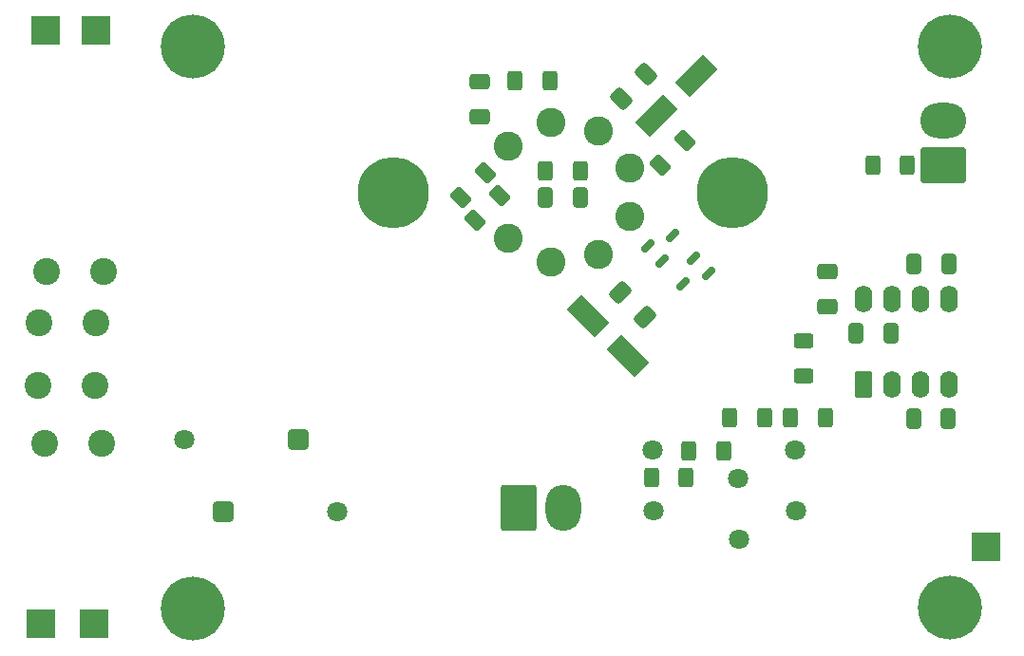
<source format=gbr>
%TF.GenerationSoftware,KiCad,Pcbnew,9.0.5*%
%TF.CreationDate,2025-12-25T12:13:09+01:00*%
%TF.ProjectId,Amplifier Compound,416d706c-6966-4696-9572-20436f6d706f,rev?*%
%TF.SameCoordinates,Original*%
%TF.FileFunction,Soldermask,Bot*%
%TF.FilePolarity,Negative*%
%FSLAX46Y46*%
G04 Gerber Fmt 4.6, Leading zero omitted, Abs format (unit mm)*
G04 Created by KiCad (PCBNEW 9.0.5) date 2025-12-25 12:13:09*
%MOMM*%
%LPD*%
G01*
G04 APERTURE LIST*
G04 Aperture macros list*
%AMRoundRect*
0 Rectangle with rounded corners*
0 $1 Rounding radius*
0 $2 $3 $4 $5 $6 $7 $8 $9 X,Y pos of 4 corners*
0 Add a 4 corners polygon primitive as box body*
4,1,4,$2,$3,$4,$5,$6,$7,$8,$9,$2,$3,0*
0 Add four circle primitives for the rounded corners*
1,1,$1+$1,$2,$3*
1,1,$1+$1,$4,$5*
1,1,$1+$1,$6,$7*
1,1,$1+$1,$8,$9*
0 Add four rect primitives between the rounded corners*
20,1,$1+$1,$2,$3,$4,$5,0*
20,1,$1+$1,$4,$5,$6,$7,0*
20,1,$1+$1,$6,$7,$8,$9,0*
20,1,$1+$1,$8,$9,$2,$3,0*%
%AMRotRect*
0 Rectangle, with rotation*
0 The origin of the aperture is its center*
0 $1 length*
0 $2 width*
0 $3 Rotation angle, in degrees counterclockwise*
0 Add horizontal line*
21,1,$1,$2,0,0,$3*%
G04 Aperture macros list end*
%ADD10R,2.500000X2.500000*%
%ADD11RoundRect,0.250000X0.550000X-0.950000X0.550000X0.950000X-0.550000X0.950000X-0.550000X-0.950000X0*%
%ADD12O,1.600000X2.400000*%
%ADD13RoundRect,0.250000X-1.330000X-1.800000X1.330000X-1.800000X1.330000X1.800000X-1.330000X1.800000X0*%
%ADD14O,3.160000X4.100000*%
%ADD15C,5.700000*%
%ADD16C,2.400000*%
%ADD17C,1.800000*%
%ADD18RoundRect,0.250000X-0.650000X-0.650000X0.650000X-0.650000X0.650000X0.650000X-0.650000X0.650000X0*%
%ADD19RoundRect,0.250000X1.800000X-1.330000X1.800000X1.330000X-1.800000X1.330000X-1.800000X-1.330000X0*%
%ADD20O,4.100000X3.160000*%
%ADD21C,2.600000*%
%ADD22C,6.350000*%
%ADD23RoundRect,0.250000X0.650000X0.650000X-0.650000X0.650000X-0.650000X-0.650000X0.650000X-0.650000X0*%
%ADD24RoundRect,0.150000X-0.256326X-0.468458X0.468458X0.256326X0.256326X0.468458X-0.468458X-0.256326X0*%
%ADD25RotRect,3.500000X1.800000X225.000000*%
%ADD26RoundRect,0.250000X-0.412500X-0.650000X0.412500X-0.650000X0.412500X0.650000X-0.412500X0.650000X0*%
%ADD27RoundRect,0.250000X-0.400000X-0.625000X0.400000X-0.625000X0.400000X0.625000X-0.400000X0.625000X0*%
%ADD28RoundRect,0.250000X0.159099X-0.724784X0.724784X-0.159099X-0.159099X0.724784X-0.724784X0.159099X0*%
%ADD29RoundRect,0.150000X0.256326X0.468458X-0.468458X-0.256326X-0.256326X-0.468458X0.468458X0.256326X0*%
%ADD30RoundRect,0.250000X0.625000X-0.400000X0.625000X0.400000X-0.625000X0.400000X-0.625000X-0.400000X0*%
%ADD31RotRect,3.500000X1.800000X315.000000*%
%ADD32RoundRect,0.250000X-0.650000X0.412500X-0.650000X-0.412500X0.650000X-0.412500X0.650000X0.412500X0*%
%ADD33RoundRect,0.250000X-0.751301X-0.167938X-0.167938X-0.751301X0.751301X0.167938X0.167938X0.751301X0*%
%ADD34RoundRect,0.250000X0.167938X-0.751301X0.751301X-0.167938X-0.167938X0.751301X-0.751301X0.167938X0*%
%ADD35RoundRect,0.250000X0.412500X0.650000X-0.412500X0.650000X-0.412500X-0.650000X0.412500X-0.650000X0*%
G04 APERTURE END LIST*
D10*
%TO.C,TP4*%
X122050000Y-118340000D03*
%TD*%
D11*
%TO.C,U2*%
X195360000Y-97030000D03*
D12*
X197900000Y-97030000D03*
X200440000Y-97030000D03*
X202980000Y-97030000D03*
X202980000Y-89410000D03*
X200440000Y-89410000D03*
X197900000Y-89410000D03*
X195360000Y-89410000D03*
%TD*%
D13*
%TO.C,J1*%
X164660000Y-108025000D03*
D14*
X168620000Y-108025000D03*
%TD*%
D15*
%TO.C,H2*%
X203080000Y-66940000D03*
%TD*%
D16*
%TO.C,R11*%
X126950000Y-91520000D03*
X121870000Y-91520000D03*
%TD*%
%TO.C,R22*%
X122560000Y-86970000D03*
X127640000Y-86970000D03*
%TD*%
D10*
%TO.C,TP2*%
X126980000Y-65470000D03*
%TD*%
D17*
%TO.C,RV1*%
X176540000Y-102850000D03*
X184160000Y-105390000D03*
X189240000Y-102850000D03*
%TD*%
D16*
%TO.C,R12*%
X122360000Y-102290000D03*
X127440000Y-102290000D03*
%TD*%
D18*
%TO.C,D5*%
X138280000Y-108370000D03*
D17*
X148440000Y-108370000D03*
%TD*%
D10*
%TO.C,TP3*%
X122430000Y-65470000D03*
%TD*%
%TO.C,TP5*%
X206260000Y-111520000D03*
%TD*%
D19*
%TO.C,J3*%
X202495000Y-77500000D03*
D20*
X202495000Y-73540000D03*
%TD*%
D15*
%TO.C,H4*%
X135620000Y-117010000D03*
%TD*%
D10*
%TO.C,TP1*%
X126760000Y-118360000D03*
%TD*%
D16*
%TO.C,R14*%
X126860000Y-97130000D03*
X121780000Y-97130000D03*
%TD*%
D15*
%TO.C,H1*%
X203110000Y-116900000D03*
%TD*%
%TO.C,H3*%
X135620000Y-66940000D03*
%TD*%
D17*
%TO.C,RV2*%
X176690000Y-108290000D03*
X184310000Y-110830000D03*
X189390000Y-108290000D03*
%TD*%
D21*
%TO.C,U1*%
X163720000Y-83990000D03*
X167480000Y-86160000D03*
X171760000Y-85410000D03*
X174550000Y-82080000D03*
X174550000Y-77740000D03*
X171760000Y-74410000D03*
X167480000Y-73660000D03*
X163720000Y-75830000D03*
D22*
X153480000Y-79910000D03*
X183680000Y-79910000D03*
%TD*%
D23*
%TO.C,D6*%
X144980000Y-101950000D03*
D17*
X134820000Y-101950000D03*
%TD*%
D24*
%TO.C,Q2*%
X177450260Y-86043243D03*
X176106758Y-84699741D03*
X178387177Y-83762824D03*
%TD*%
D25*
%TO.C,D4*%
X180448319Y-69555300D03*
X176912785Y-73090834D03*
%TD*%
D26*
%TO.C,C8*%
X199817500Y-100090000D03*
X202942500Y-100090000D03*
%TD*%
D27*
%TO.C,R7*%
X183430000Y-100010000D03*
X186530000Y-100010000D03*
%TD*%
D28*
%TO.C,R10*%
X159483984Y-80326016D03*
X161676016Y-78133984D03*
%TD*%
D29*
%TO.C,Q1*%
X180189740Y-85756757D03*
X181533242Y-87100259D03*
X179252823Y-88037176D03*
%TD*%
D27*
%TO.C,R2*%
X179830000Y-102970000D03*
X182930000Y-102970000D03*
%TD*%
D30*
%TO.C,R24*%
X190070000Y-96250000D03*
X190070000Y-93150000D03*
%TD*%
D27*
%TO.C,R3*%
X167009999Y-78020000D03*
X170110001Y-78020000D03*
%TD*%
D28*
%TO.C,R13*%
X177233984Y-77476016D03*
X179426016Y-75283984D03*
%TD*%
%TO.C,R9*%
X160717968Y-82422032D03*
X162910000Y-80230000D03*
%TD*%
D27*
%TO.C,R1*%
X164302000Y-69978000D03*
X167402000Y-69978000D03*
%TD*%
D31*
%TO.C,D3*%
X170832785Y-90975300D03*
X174368319Y-94510834D03*
%TD*%
D32*
%TO.C,C11*%
X192180000Y-86965000D03*
X192180000Y-90090000D03*
%TD*%
D33*
%TO.C,C3*%
X173680552Y-88843067D03*
X175890260Y-91052775D03*
%TD*%
D26*
%TO.C,C9*%
X194727500Y-92500000D03*
X197852500Y-92500000D03*
%TD*%
D27*
%TO.C,R19*%
X176450000Y-105360000D03*
X179550000Y-105360000D03*
%TD*%
%TO.C,R17*%
X196190000Y-77440000D03*
X199290000Y-77440000D03*
%TD*%
D34*
%TO.C,C4*%
X173785698Y-71577921D03*
X175995406Y-69368213D03*
%TD*%
D35*
%TO.C,C10*%
X170122500Y-80380000D03*
X166997500Y-80380000D03*
%TD*%
D26*
%TO.C,C7*%
X199897500Y-86250000D03*
X203022500Y-86250000D03*
%TD*%
D32*
%TO.C,C1*%
X161152000Y-70015500D03*
X161152000Y-73140500D03*
%TD*%
D27*
%TO.C,R20*%
X188860000Y-100000000D03*
X191960000Y-100000000D03*
%TD*%
M02*

</source>
